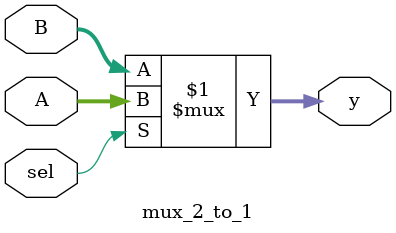
<source format=v>
`timescale 1ns / 1ps
module mux_2_to_1(input [31:0] A, B, input sel, output [31:0] y
    );
	assign y = sel ? A : B;

endmodule

</source>
